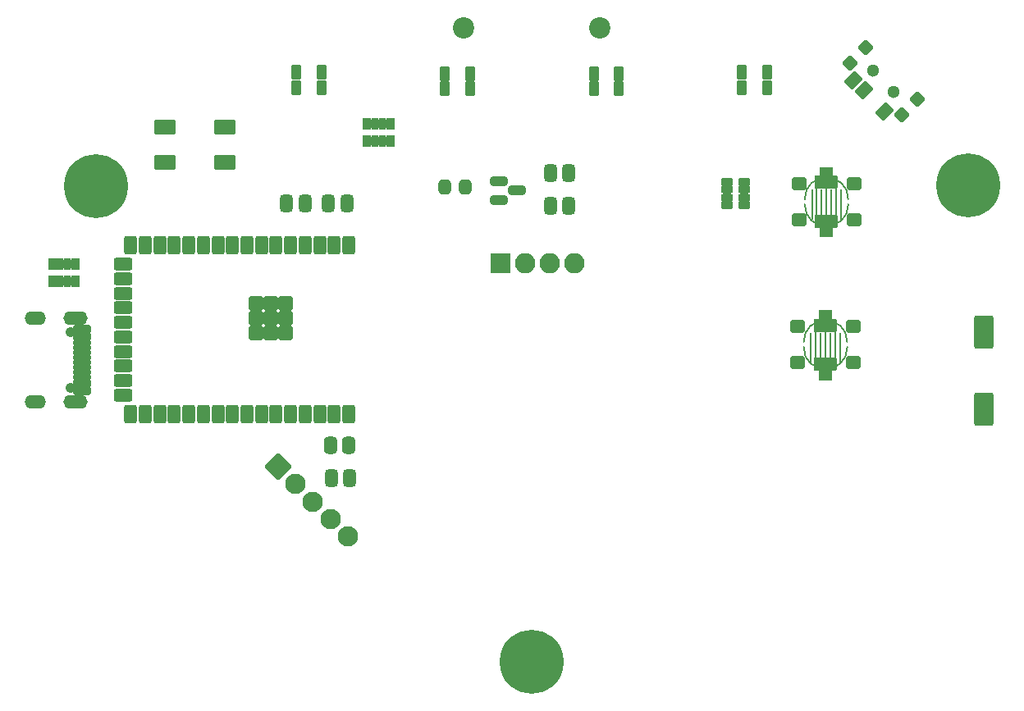
<source format=gbr>
%TF.GenerationSoftware,KiCad,Pcbnew,7.0.6*%
%TF.CreationDate,2023-08-09T23:01:59-05:00*%
%TF.ProjectId,BlueTeamCon_Main,426c7565-5465-4616-9d43-6f6e5f4d6169,rev?*%
%TF.SameCoordinates,Original*%
%TF.FileFunction,Soldermask,Top*%
%TF.FilePolarity,Negative*%
%FSLAX46Y46*%
G04 Gerber Fmt 4.6, Leading zero omitted, Abs format (unit mm)*
G04 Created by KiCad (PCBNEW 7.0.6) date 2023-08-09 23:01:59*
%MOMM*%
%LPD*%
G01*
G04 APERTURE LIST*
G04 Aperture macros list*
%AMRoundRect*
0 Rectangle with rounded corners*
0 $1 Rounding radius*
0 $2 $3 $4 $5 $6 $7 $8 $9 X,Y pos of 4 corners*
0 Add a 4 corners polygon primitive as box body*
4,1,4,$2,$3,$4,$5,$6,$7,$8,$9,$2,$3,0*
0 Add four circle primitives for the rounded corners*
1,1,$1+$1,$2,$3*
1,1,$1+$1,$4,$5*
1,1,$1+$1,$6,$7*
1,1,$1+$1,$8,$9*
0 Add four rect primitives between the rounded corners*
20,1,$1+$1,$2,$3,$4,$5,0*
20,1,$1+$1,$4,$5,$6,$7,0*
20,1,$1+$1,$6,$7,$8,$9,0*
20,1,$1+$1,$8,$9,$2,$3,0*%
%AMHorizOval*
0 Thick line with rounded ends*
0 $1 width*
0 $2 $3 position (X,Y) of the first rounded end (center of the circle)*
0 $4 $5 position (X,Y) of the second rounded end (center of the circle)*
0 Add line between two ends*
20,1,$1,$2,$3,$4,$5,0*
0 Add two circle primitives to create the rounded ends*
1,1,$1,$2,$3*
1,1,$1,$4,$5*%
G04 Aperture macros list end*
%ADD10C,0.200000*%
%ADD11C,1.300000*%
%ADD12RoundRect,0.200000X-0.760140X-0.123744X-0.123744X-0.760140X0.760140X0.123744X0.123744X0.760140X0*%
%ADD13RoundRect,0.200000X-0.601041X-0.035355X-0.035355X-0.601041X0.601041X0.035355X0.035355X0.601041X0*%
%ADD14RoundRect,0.200000X-0.250000X0.400000X-0.250000X-0.400000X0.250000X-0.400000X0.250000X0.400000X0*%
%ADD15RoundRect,0.200000X-0.200000X0.400000X-0.200000X-0.400000X0.200000X-0.400000X0.200000X0.400000X0*%
%ADD16RoundRect,0.450000X-0.250000X-0.475000X0.250000X-0.475000X0.250000X0.475000X-0.250000X0.475000X0*%
%ADD17C,6.600000*%
%ADD18RoundRect,0.450000X-0.262500X-0.450000X0.262500X-0.450000X0.262500X0.450000X-0.262500X0.450000X0*%
%ADD19RoundRect,0.200000X-0.350000X-0.550000X0.350000X-0.550000X0.350000X0.550000X-0.350000X0.550000X0*%
%ADD20RoundRect,0.418750X-0.218750X-0.381250X0.218750X-0.381250X0.218750X0.381250X-0.218750X0.381250X0*%
%ADD21RoundRect,0.200000X-1.000000X-0.500000X1.000000X-0.500000X1.000000X0.500000X-1.000000X0.500000X0*%
%ADD22RoundRect,0.200000X-0.550000X-0.450000X0.550000X-0.450000X0.550000X0.450000X-0.550000X0.450000X0*%
%ADD23RoundRect,0.200000X-0.500000X-0.500000X0.500000X-0.500000X0.500000X0.500000X-0.500000X0.500000X0*%
%ADD24RoundRect,0.350000X-0.587500X-0.150000X0.587500X-0.150000X0.587500X0.150000X-0.587500X0.150000X0*%
%ADD25RoundRect,0.200000X0.400000X0.250000X-0.400000X0.250000X-0.400000X-0.250000X0.400000X-0.250000X0*%
%ADD26RoundRect,0.200000X0.400000X0.200000X-0.400000X0.200000X-0.400000X-0.200000X0.400000X-0.200000X0*%
%ADD27RoundRect,0.200000X0.850000X-0.850000X0.850000X0.850000X-0.850000X0.850000X-0.850000X-0.850000X0*%
%ADD28O,2.100000X2.100000*%
%ADD29RoundRect,0.200000X0.000000X-1.202082X1.202082X0.000000X0.000000X1.202082X-1.202082X0.000000X0*%
%ADD30HorizOval,2.100000X0.000000X0.000000X0.000000X0.000000X0*%
%ADD31RoundRect,0.200000X-0.900000X-0.550000X0.900000X-0.550000X0.900000X0.550000X-0.900000X0.550000X0*%
%ADD32C,1.050000*%
%ADD33RoundRect,0.200000X-0.700000X0.125000X-0.700000X-0.125000X0.700000X-0.125000X0.700000X0.125000X0*%
%ADD34O,2.500000X1.400000*%
%ADD35O,2.200000X1.400000*%
%ADD36RoundRect,0.200000X-0.800000X1.500000X-0.800000X-1.500000X0.800000X-1.500000X0.800000X1.500000X0*%
%ADD37RoundRect,0.200000X-0.450000X-0.750000X0.450000X-0.750000X0.450000X0.750000X-0.450000X0.750000X0*%
%ADD38RoundRect,0.200000X-0.750000X0.450000X-0.750000X-0.450000X0.750000X-0.450000X0.750000X0.450000X0*%
%ADD39RoundRect,0.200000X-0.550000X0.550000X-0.550000X-0.550000X0.550000X-0.550000X0.550000X0.550000X0*%
%ADD40RoundRect,0.450000X0.250000X0.475000X-0.250000X0.475000X-0.250000X-0.475000X0.250000X-0.475000X0*%
%ADD41C,2.200000*%
G04 APERTURE END LIST*
D10*
%TO.C,SW3*%
X175500000Y-88600000D02*
X175500000Y-91600000D01*
X176000000Y-87600000D02*
X176000000Y-91100000D01*
X176500000Y-88600000D02*
X176500000Y-91350000D01*
X177000000Y-88350000D02*
X177000000Y-91100000D01*
X177500000Y-88600000D02*
X177500000Y-91350000D01*
X178000000Y-87600000D02*
X178000000Y-91100000D01*
X178500000Y-88600000D02*
X178500000Y-91600000D01*
X179250000Y-89600000D02*
G75*
G03*
X174750000Y-89600000I-2250000J0D01*
G01*
X174750000Y-90100000D02*
G75*
G03*
X179250000Y-90100000I2250000J0D01*
G01*
%TO.C,SW4*%
X175400000Y-103350000D02*
X175400000Y-106350000D01*
X175900000Y-102350000D02*
X175900000Y-105850000D01*
X176400000Y-103350000D02*
X176400000Y-106100000D01*
X176900000Y-103100000D02*
X176900000Y-105850000D01*
X177400000Y-103350000D02*
X177400000Y-106100000D01*
X177900000Y-102350000D02*
X177900000Y-105850000D01*
X178400000Y-103350000D02*
X178400000Y-106350000D01*
X179150000Y-104350000D02*
G75*
G03*
X174650000Y-104350000I-2250000J0D01*
G01*
X174650000Y-104850000D02*
G75*
G03*
X179150000Y-104850000I2250000J0D01*
G01*
%TD*%
D11*
%TO.C,SW2*%
X181839340Y-76339340D03*
X183960660Y-78460660D03*
D12*
X179806408Y-77311612D03*
X180867068Y-78372272D03*
X182988388Y-80493592D03*
D13*
X181026167Y-73899821D03*
X179399821Y-75526167D03*
X186400179Y-79273833D03*
X184780904Y-80907250D03*
%TD*%
D14*
%TO.C,RN2*%
X132000000Y-81800000D03*
D15*
X131200000Y-81800000D03*
X130400000Y-81800000D03*
D14*
X129600000Y-81800000D03*
X129600000Y-83600000D03*
D15*
X130400000Y-83600000D03*
X131200000Y-83600000D03*
D14*
X132000000Y-83600000D03*
%TD*%
D16*
%TO.C,C7*%
X125900000Y-118400000D03*
X127800000Y-118400000D03*
%TD*%
D14*
%TO.C,RN1*%
X99500000Y-96250000D03*
D15*
X98700000Y-96250000D03*
X97900000Y-96250000D03*
D14*
X97100000Y-96250000D03*
X97100000Y-98050000D03*
D15*
X97900000Y-98050000D03*
X98700000Y-98050000D03*
D14*
X99500000Y-98050000D03*
%TD*%
D17*
%TO.C,J2*%
X101600001Y-88200000D03*
%TD*%
D18*
%TO.C,R1*%
X125875000Y-115000000D03*
X127700000Y-115000000D03*
%TD*%
D19*
%TO.C,D1*%
X122300000Y-76500000D03*
X124900000Y-76500000D03*
X122300000Y-78100000D03*
X124900000Y-78100000D03*
%TD*%
%TO.C,D2*%
X137600000Y-76600000D03*
X140200000Y-76600000D03*
X137600000Y-78200000D03*
X140200000Y-78200000D03*
%TD*%
D20*
%TO.C,L1*%
X137637500Y-88300000D03*
X139762500Y-88300000D03*
%TD*%
D19*
%TO.C,D3*%
X153000000Y-76600000D03*
X155600000Y-76600000D03*
X153000000Y-78200000D03*
X155600000Y-78200000D03*
%TD*%
D21*
%TO.C,SW3*%
X177000000Y-87850000D03*
X177000000Y-91850000D03*
D22*
X174150000Y-88000000D03*
D23*
X177000000Y-86950000D03*
D22*
X179850000Y-88000000D03*
X174150000Y-91700000D03*
D23*
X177000000Y-92850000D03*
D22*
X179850000Y-91700000D03*
%TD*%
D16*
%TO.C,C5*%
X125600000Y-90000000D03*
X127500000Y-90000000D03*
%TD*%
D17*
%TO.C,J1*%
X191600000Y-88175000D03*
%TD*%
D24*
%TO.C,U1*%
X143225000Y-87750000D03*
X143225000Y-89650000D03*
X145100000Y-88700000D03*
%TD*%
D19*
%TO.C,D4*%
X168300000Y-76500000D03*
X170900000Y-76500000D03*
X168300000Y-78100000D03*
X170900000Y-78100000D03*
%TD*%
D25*
%TO.C,RN3*%
X168500000Y-90200000D03*
D26*
X168500000Y-89400000D03*
X168500000Y-88600000D03*
D25*
X168500000Y-87800000D03*
X166700000Y-87800000D03*
D26*
X166700000Y-88600000D03*
X166700000Y-89400000D03*
D25*
X166700000Y-90200000D03*
%TD*%
D16*
%TO.C,C4*%
X148500000Y-90300000D03*
X150400000Y-90300000D03*
%TD*%
D17*
%TO.C,J3*%
X146600000Y-137375000D03*
%TD*%
D27*
%TO.C,J4*%
X143400000Y-96200000D03*
D28*
X145940000Y-96200000D03*
X148480000Y-96200000D03*
X151020000Y-96200000D03*
%TD*%
D16*
%TO.C,C3*%
X148500000Y-86900000D03*
X150400000Y-86900000D03*
%TD*%
D29*
%TO.C,J5*%
X120411433Y-117211433D03*
D30*
X122207484Y-119007484D03*
X124003535Y-120803535D03*
X125799587Y-122599587D03*
X127595638Y-124395638D03*
%TD*%
D31*
%TO.C,SW1*%
X108700000Y-82100000D03*
X114900000Y-82100000D03*
X108700000Y-85800000D03*
X114900000Y-85800000D03*
%TD*%
D32*
%TO.C,J6*%
X98987500Y-103310000D03*
X98987500Y-109090000D03*
D33*
X100187500Y-102875000D03*
X100187500Y-103675000D03*
X100187500Y-104950000D03*
X100187500Y-105950000D03*
X100187500Y-106450000D03*
X100187500Y-104450000D03*
X100187500Y-108725000D03*
X100187500Y-109525000D03*
X100187500Y-109275000D03*
X100187500Y-108475000D03*
X100187500Y-107950000D03*
X100187500Y-106950000D03*
X100187500Y-105450000D03*
X100187500Y-107450000D03*
X100187500Y-103925000D03*
X100187500Y-103125000D03*
D34*
X99487500Y-101880000D03*
D35*
X95337500Y-101880000D03*
D34*
X99487500Y-110520000D03*
D35*
X95337500Y-110520000D03*
%TD*%
D21*
%TO.C,SW4*%
X176900000Y-102600000D03*
X176900000Y-106600000D03*
D22*
X174050000Y-102750000D03*
D23*
X176900000Y-101700000D03*
D22*
X179750000Y-102750000D03*
X174050000Y-106450000D03*
D23*
X176900000Y-107600000D03*
D22*
X179750000Y-106450000D03*
%TD*%
D36*
%TO.C,BZ1*%
X193200000Y-103300000D03*
X193200000Y-111300000D03*
%TD*%
D37*
%TO.C,IC1*%
X127700000Y-94300000D03*
X126200000Y-94300000D03*
X124700000Y-94300000D03*
X123200000Y-94300000D03*
X121700000Y-94300000D03*
X120200000Y-94300000D03*
X118700000Y-94300000D03*
X117200000Y-94300000D03*
X115700000Y-94300000D03*
X114200000Y-94300000D03*
X112700000Y-94300000D03*
X111200000Y-94300000D03*
X109700000Y-94300000D03*
X108200000Y-94300000D03*
X106700000Y-94300000D03*
X105200000Y-94300000D03*
D38*
X104450000Y-96300000D03*
X104450000Y-97800000D03*
X104450000Y-99300000D03*
X104450000Y-100800000D03*
X104450000Y-102300000D03*
X104450000Y-103800000D03*
X104450000Y-105300000D03*
X104450000Y-106800000D03*
X104450000Y-108300000D03*
X104450000Y-109800000D03*
D37*
X105200000Y-111800000D03*
X106700000Y-111800000D03*
X108200000Y-111800000D03*
X109700000Y-111800000D03*
X111200000Y-111800000D03*
X112700000Y-111800000D03*
X114200000Y-111800000D03*
X115700000Y-111800000D03*
X117200000Y-111800000D03*
X118700000Y-111800000D03*
X120200000Y-111800000D03*
X121700000Y-111800000D03*
X123200000Y-111800000D03*
X124700000Y-111800000D03*
X126200000Y-111800000D03*
X127700000Y-111800000D03*
D39*
X119650000Y-101860000D03*
X119650000Y-100360000D03*
X118150000Y-100360000D03*
X118150000Y-101860000D03*
X118150000Y-103360000D03*
X119650000Y-103360000D03*
X121150000Y-103360000D03*
X121150000Y-101860000D03*
X121150000Y-100360000D03*
%TD*%
D40*
%TO.C,C6*%
X123200000Y-90000000D03*
X121300000Y-90000000D03*
%TD*%
D41*
%TO.C,BT1*%
X139525000Y-71875000D03*
X153625000Y-71875000D03*
%TD*%
M02*

</source>
